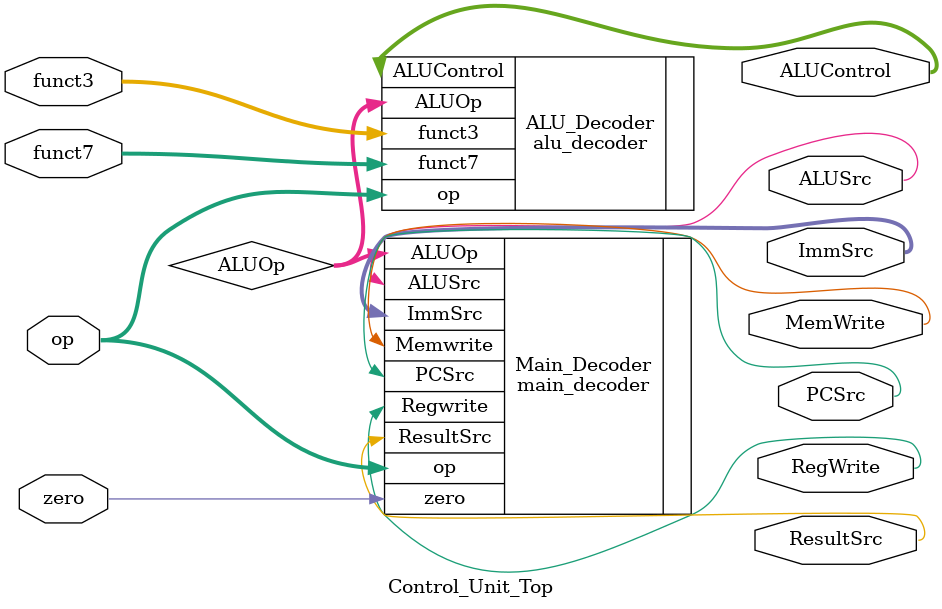
<source format=v>
`include "alu_decoder.v"
`include "decoder.v"

module Control_Unit_Top(op,RegWrite,zero,ImmSrc,ALUSrc,MemWrite,ResultSrc,funct3,funct7,PCSrc,ALUControl);

    input [6:0]op,funct7;
    input [2:0]funct3;
    input zero;
    output RegWrite,ALUSrc,MemWrite,ResultSrc,PCSrc;
    output [1:0]ImmSrc;
    output [2:0]ALUControl;

    wire [1:0]ALUOp;

    main_decoder Main_Decoder(
                .op(op),
                .Regwrite(RegWrite),
                .ImmSrc(ImmSrc),
                .Memwrite(MemWrite),
                .ResultSrc(ResultSrc),
                .zero(zero),
                .PCSrc(PCSrc),
                .ALUSrc(ALUSrc),
                .ALUOp(ALUOp)
    );

    alu_decoder ALU_Decoder(
                            .ALUOp(ALUOp),
                            .funct3(funct3),
                            .funct7(funct7),
                            .op(op),
                            .ALUControl(ALUControl)
    );

endmodule
</source>
